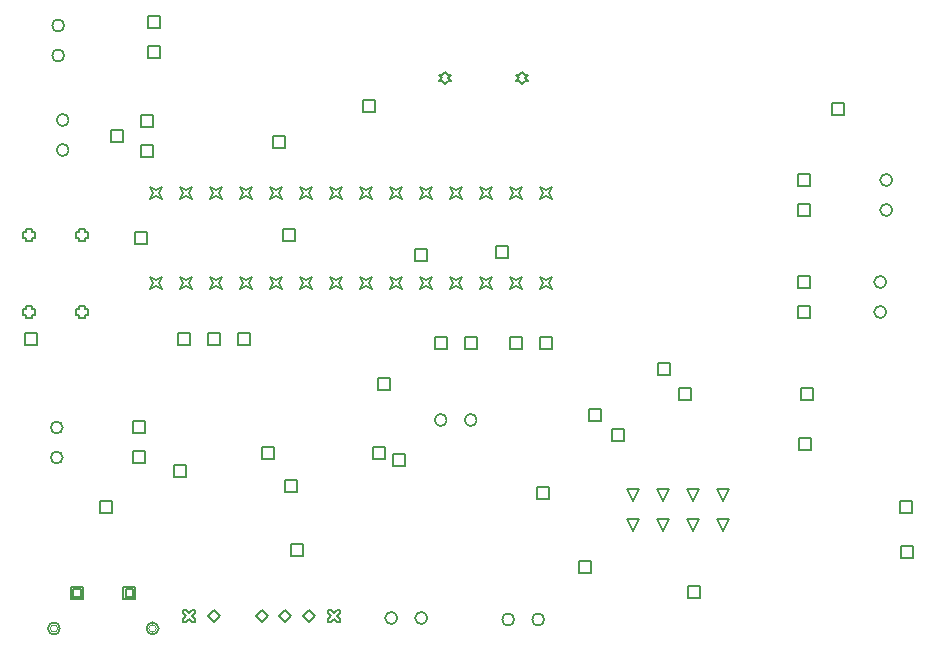
<source format=gbr>
%TF.GenerationSoftware,Altium Limited,Altium Designer,24.10.1 (45)*%
G04 Layer_Color=2752767*
%FSLAX25Y25*%
%MOIN*%
%TF.SameCoordinates,9950C81B-CD0A-4F44-AB06-5448DEDD42A1*%
%TF.FilePolarity,Positive*%
%TF.FileFunction,Drawing*%
%TF.Part,Single*%
G01*
G75*
%TA.AperFunction,NonConductor*%
%ADD40C,0.00500*%
%ADD76C,0.00667*%
%ADD78C,0.00400*%
D40*
X145000Y330500D02*
Y334500D01*
X149000D01*
Y330500D01*
X145000D01*
Y320500D02*
Y324500D01*
X149000D01*
Y320500D01*
X145000D01*
X275500Y273500D02*
X276500Y275500D01*
X275500Y277500D01*
X277500Y276500D01*
X279500Y277500D01*
X278500Y275500D01*
X279500Y273500D01*
X277500Y274500D01*
X275500Y273500D01*
X265500D02*
X266500Y275500D01*
X265500Y277500D01*
X267500Y276500D01*
X269500Y277500D01*
X268500Y275500D01*
X269500Y273500D01*
X267500Y274500D01*
X265500Y273500D01*
X255500D02*
X256500Y275500D01*
X255500Y277500D01*
X257500Y276500D01*
X259500Y277500D01*
X258500Y275500D01*
X259500Y273500D01*
X257500Y274500D01*
X255500Y273500D01*
X245500D02*
X246500Y275500D01*
X245500Y277500D01*
X247500Y276500D01*
X249500Y277500D01*
X248500Y275500D01*
X249500Y273500D01*
X247500Y274500D01*
X245500Y273500D01*
X235500D02*
X236500Y275500D01*
X235500Y277500D01*
X237500Y276500D01*
X239500Y277500D01*
X238500Y275500D01*
X239500Y273500D01*
X237500Y274500D01*
X235500Y273500D01*
X225500D02*
X226500Y275500D01*
X225500Y277500D01*
X227500Y276500D01*
X229500Y277500D01*
X228500Y275500D01*
X229500Y273500D01*
X227500Y274500D01*
X225500Y273500D01*
X215500D02*
X216500Y275500D01*
X215500Y277500D01*
X217500Y276500D01*
X219500Y277500D01*
X218500Y275500D01*
X219500Y273500D01*
X217500Y274500D01*
X215500Y273500D01*
X205500D02*
X206500Y275500D01*
X205500Y277500D01*
X207500Y276500D01*
X209500Y277500D01*
X208500Y275500D01*
X209500Y273500D01*
X207500Y274500D01*
X205500Y273500D01*
X195500D02*
X196500Y275500D01*
X195500Y277500D01*
X197500Y276500D01*
X199500Y277500D01*
X198500Y275500D01*
X199500Y273500D01*
X197500Y274500D01*
X195500Y273500D01*
X185500D02*
X186500Y275500D01*
X185500Y277500D01*
X187500Y276500D01*
X189500Y277500D01*
X188500Y275500D01*
X189500Y273500D01*
X187500Y274500D01*
X185500Y273500D01*
X175500D02*
X176500Y275500D01*
X175500Y277500D01*
X177500Y276500D01*
X179500Y277500D01*
X178500Y275500D01*
X179500Y273500D01*
X177500Y274500D01*
X175500Y273500D01*
X165500D02*
X166500Y275500D01*
X165500Y277500D01*
X167500Y276500D01*
X169500Y277500D01*
X168500Y275500D01*
X169500Y273500D01*
X167500Y274500D01*
X165500Y273500D01*
X155500D02*
X156500Y275500D01*
X155500Y277500D01*
X157500Y276500D01*
X159500Y277500D01*
X158500Y275500D01*
X159500Y273500D01*
X157500Y274500D01*
X155500Y273500D01*
X145500D02*
X146500Y275500D01*
X145500Y277500D01*
X147500Y276500D01*
X149500Y277500D01*
X148500Y275500D01*
X149500Y273500D01*
X147500Y274500D01*
X145500Y273500D01*
Y243500D02*
X146500Y245500D01*
X145500Y247500D01*
X147500Y246500D01*
X149500Y247500D01*
X148500Y245500D01*
X149500Y243500D01*
X147500Y244500D01*
X145500Y243500D01*
X155500D02*
X156500Y245500D01*
X155500Y247500D01*
X157500Y246500D01*
X159500Y247500D01*
X158500Y245500D01*
X159500Y243500D01*
X157500Y244500D01*
X155500Y243500D01*
X165500D02*
X166500Y245500D01*
X165500Y247500D01*
X167500Y246500D01*
X169500Y247500D01*
X168500Y245500D01*
X169500Y243500D01*
X167500Y244500D01*
X165500Y243500D01*
X175500D02*
X176500Y245500D01*
X175500Y247500D01*
X177500Y246500D01*
X179500Y247500D01*
X178500Y245500D01*
X179500Y243500D01*
X177500Y244500D01*
X175500Y243500D01*
X185500D02*
X186500Y245500D01*
X185500Y247500D01*
X187500Y246500D01*
X189500Y247500D01*
X188500Y245500D01*
X189500Y243500D01*
X187500Y244500D01*
X185500Y243500D01*
X195500D02*
X196500Y245500D01*
X195500Y247500D01*
X197500Y246500D01*
X199500Y247500D01*
X198500Y245500D01*
X199500Y243500D01*
X197500Y244500D01*
X195500Y243500D01*
X205500D02*
X206500Y245500D01*
X205500Y247500D01*
X207500Y246500D01*
X209500Y247500D01*
X208500Y245500D01*
X209500Y243500D01*
X207500Y244500D01*
X205500Y243500D01*
X215500D02*
X216500Y245500D01*
X215500Y247500D01*
X217500Y246500D01*
X219500Y247500D01*
X218500Y245500D01*
X219500Y243500D01*
X217500Y244500D01*
X215500Y243500D01*
X225500D02*
X226500Y245500D01*
X225500Y247500D01*
X227500Y246500D01*
X229500Y247500D01*
X228500Y245500D01*
X229500Y243500D01*
X227500Y244500D01*
X225500Y243500D01*
X235500D02*
X236500Y245500D01*
X235500Y247500D01*
X237500Y246500D01*
X239500Y247500D01*
X238500Y245500D01*
X239500Y243500D01*
X237500Y244500D01*
X235500Y243500D01*
X245500D02*
X246500Y245500D01*
X245500Y247500D01*
X247500Y246500D01*
X249500Y247500D01*
X248500Y245500D01*
X249500Y243500D01*
X247500Y244500D01*
X245500Y243500D01*
X255500D02*
X256500Y245500D01*
X255500Y247500D01*
X257500Y246500D01*
X259500Y247500D01*
X258500Y245500D01*
X259500Y243500D01*
X257500Y244500D01*
X255500Y243500D01*
X265500D02*
X266500Y245500D01*
X265500Y247500D01*
X267500Y246500D01*
X269500Y247500D01*
X268500Y245500D01*
X269500Y243500D01*
X267500Y244500D01*
X265500Y243500D01*
X275500D02*
X276500Y245500D01*
X275500Y247500D01*
X277500Y246500D01*
X279500Y247500D01*
X278500Y245500D01*
X279500Y243500D01*
X277500Y244500D01*
X275500Y243500D01*
X175050Y225000D02*
Y229000D01*
X179050D01*
Y225000D01*
X175050D01*
X165050D02*
Y229000D01*
X169050D01*
Y225000D01*
X165050D01*
X155050D02*
Y229000D01*
X159050D01*
Y225000D01*
X155050D01*
X156575Y132500D02*
X157575D01*
X158575Y133500D01*
X159575Y132500D01*
X160575D01*
Y133500D01*
X159575Y134500D01*
X160575Y135500D01*
Y136500D01*
X159575D01*
X158575Y135500D01*
X157575Y136500D01*
X156575D01*
Y135500D01*
X157575Y134500D01*
X156575Y133500D01*
Y132500D01*
X205000D02*
X206000D01*
X207000Y133500D01*
X208000Y132500D01*
X209000D01*
Y133500D01*
X208000Y134500D01*
X209000Y135500D01*
Y136500D01*
X208000D01*
X207000Y135500D01*
X206000Y136500D01*
X205000D01*
Y135500D01*
X206000Y134500D01*
X205000Y133500D01*
Y132500D01*
X180787Y134500D02*
X182787Y136500D01*
X184787Y134500D01*
X182787Y132500D01*
X180787Y134500D01*
X188661D02*
X190661Y136500D01*
X192661Y134500D01*
X190661Y132500D01*
X188661Y134500D01*
X196535D02*
X198535Y136500D01*
X200535Y134500D01*
X198535Y132500D01*
X196535Y134500D01*
X165039D02*
X167039Y136500D01*
X169039Y134500D01*
X167039Y132500D01*
X165039Y134500D01*
X104283Y235000D02*
Y234000D01*
X106283D01*
Y235000D01*
X107283D01*
Y237000D01*
X106283D01*
Y238000D01*
X104283D01*
Y237000D01*
X103284D01*
Y235000D01*
X104283D01*
X122000D02*
Y234000D01*
X124000D01*
Y235000D01*
X125000D01*
Y237000D01*
X124000D01*
Y238000D01*
X122000D01*
Y237000D01*
X121000D01*
Y235000D01*
X122000D01*
Y260591D02*
Y259591D01*
X124000D01*
Y260591D01*
X125000D01*
Y262591D01*
X124000D01*
Y263591D01*
X122000D01*
Y262591D01*
X121000D01*
Y260591D01*
X122000D01*
X104283D02*
Y259591D01*
X106283D01*
Y260591D01*
X107283D01*
Y262591D01*
X106283D01*
Y263591D01*
X104283D01*
Y262591D01*
X103284D01*
Y260591D01*
X104283D01*
X243910Y312000D02*
X244910Y313000D01*
X245910D01*
X244910Y314000D01*
X245910Y315000D01*
X244910D01*
X243910Y316000D01*
X242910Y315000D01*
X241910D01*
X242910Y314000D01*
X241910Y313000D01*
X242910D01*
X243910Y312000D01*
X269500D02*
X270500Y313000D01*
X271500D01*
X270500Y314000D01*
X271500Y315000D01*
X270500D01*
X269500Y316000D01*
X268500Y315000D01*
X267500D01*
X268500Y314000D01*
X267500Y313000D01*
X268500D01*
X269500Y312000D01*
X142500Y297500D02*
Y301500D01*
X146500D01*
Y297500D01*
X142500D01*
Y287500D02*
Y291500D01*
X146500D01*
Y287500D01*
X142500D01*
X140000Y195500D02*
Y199500D01*
X144000D01*
Y195500D01*
X140000D01*
Y185500D02*
Y189500D01*
X144000D01*
Y185500D01*
X140000D01*
X361500Y244000D02*
Y248000D01*
X365500D01*
Y244000D01*
X361500D01*
Y234000D02*
Y238000D01*
X365500D01*
Y234000D01*
X361500D01*
X119240Y140311D02*
Y144311D01*
X123240D01*
Y140311D01*
X119240D01*
X120040Y141111D02*
Y143511D01*
X122440D01*
Y141111D01*
X120040D01*
X136760Y140311D02*
Y144311D01*
X140760D01*
Y140311D01*
X136760D01*
X137560Y141111D02*
Y143511D01*
X139960D01*
Y141111D01*
X137560D01*
X361500Y278000D02*
Y282000D01*
X365500D01*
Y278000D01*
X361500D01*
Y268000D02*
Y272000D01*
X365500D01*
Y268000D01*
X361500D01*
X250500Y223500D02*
Y227500D01*
X254500D01*
Y223500D01*
X250500D01*
X240500D02*
Y227500D01*
X244500D01*
Y223500D01*
X240500D01*
X265500D02*
Y227500D01*
X269500D01*
Y223500D01*
X265500D01*
X275500D02*
Y227500D01*
X279500D01*
Y223500D01*
X275500D01*
X336500Y163000D02*
X334500Y167000D01*
X338500D01*
X336500Y163000D01*
X326500D02*
X324500Y167000D01*
X328500D01*
X326500Y163000D01*
X316500D02*
X314500Y167000D01*
X318500D01*
X316500Y163000D01*
X306500D02*
X304500Y167000D01*
X308500D01*
X306500Y163000D01*
Y173000D02*
X304500Y177000D01*
X308500D01*
X306500Y173000D01*
X316500D02*
X314500Y177000D01*
X318500D01*
X316500Y173000D01*
X336500D02*
X334500Y177000D01*
X338500D01*
X336500Y173000D01*
X326500D02*
X324500Y177000D01*
X328500D01*
X326500Y173000D01*
X132500Y292500D02*
Y296500D01*
X136500D01*
Y292500D01*
X132500D01*
X183000Y187000D02*
Y191000D01*
X187000D01*
Y187000D01*
X183000D01*
X190000Y259500D02*
Y263500D01*
X194000D01*
Y259500D01*
X190000D01*
X104000Y225000D02*
Y229000D01*
X108000D01*
Y225000D01*
X104000D01*
X192500Y154500D02*
Y158500D01*
X196500D01*
Y154500D01*
X192500D01*
X220000Y187000D02*
Y191000D01*
X224000D01*
Y187000D01*
X220000D01*
X226500Y184500D02*
Y188500D01*
X230500D01*
Y184500D01*
X226500D01*
X373000Y301500D02*
Y305500D01*
X377000D01*
Y301500D01*
X373000D01*
X216500Y302500D02*
Y306500D01*
X220500D01*
Y302500D01*
X216500D01*
X186500Y290500D02*
Y294500D01*
X190500D01*
Y290500D01*
X186500D01*
X140500Y258500D02*
Y262500D01*
X144500D01*
Y258500D01*
X140500D01*
X190500Y176000D02*
Y180000D01*
X194500D01*
Y176000D01*
X190500D01*
X153500Y181000D02*
Y185000D01*
X157500D01*
Y181000D01*
X153500D01*
X129000Y169000D02*
Y173000D01*
X133000D01*
Y169000D01*
X129000D01*
X288500Y149000D02*
Y153000D01*
X292500D01*
Y149000D01*
X288500D01*
X396000Y154000D02*
Y158000D01*
X400000D01*
Y154000D01*
X396000D01*
X395500Y169000D02*
Y173000D01*
X399500D01*
Y169000D01*
X395500D01*
X362000Y190000D02*
Y194000D01*
X366000D01*
Y190000D01*
X362000D01*
X322000Y206500D02*
Y210500D01*
X326000D01*
Y206500D01*
X322000D01*
X299500Y193000D02*
Y197000D01*
X303500D01*
Y193000D01*
X299500D01*
X362500Y206500D02*
Y210500D01*
X366500D01*
Y206500D01*
X362500D01*
X315000Y215000D02*
Y219000D01*
X319000D01*
Y215000D01*
X315000D01*
X292000Y199500D02*
Y203500D01*
X296000D01*
Y199500D01*
X292000D01*
X234000Y253000D02*
Y257000D01*
X238000D01*
Y253000D01*
X234000D01*
X261000Y254000D02*
Y258000D01*
X265000D01*
Y254000D01*
X261000D01*
X221500Y210000D02*
Y214000D01*
X225500D01*
Y210000D01*
X221500D01*
X325000Y140500D02*
Y144500D01*
X329000D01*
Y140500D01*
X325000D01*
X274500Y173500D02*
Y177500D01*
X278500D01*
Y173500D01*
X274500D01*
D76*
X277000Y133500D02*
G03*
X277000Y133500I-2000J0D01*
G01*
X267000D02*
G03*
X267000Y133500I-2000J0D01*
G01*
X393000Y270000D02*
G03*
X393000Y270000I-2000J0D01*
G01*
Y280000D02*
G03*
X393000Y280000I-2000J0D01*
G01*
X118500Y290000D02*
G03*
X118500Y290000I-2000J0D01*
G01*
Y300000D02*
G03*
X118500Y300000I-2000J0D01*
G01*
X238000Y134000D02*
G03*
X238000Y134000I-2000J0D01*
G01*
X228000D02*
G03*
X228000Y134000I-2000J0D01*
G01*
X244500Y200000D02*
G03*
X244500Y200000I-2000J0D01*
G01*
X254500D02*
G03*
X254500Y200000I-2000J0D01*
G01*
X116500Y197500D02*
G03*
X116500Y197500I-2000J0D01*
G01*
Y187500D02*
G03*
X116500Y187500I-2000J0D01*
G01*
X391000Y236000D02*
G03*
X391000Y236000I-2000J0D01*
G01*
Y246000D02*
G03*
X391000Y246000I-2000J0D01*
G01*
X117000Y321500D02*
G03*
X117000Y321500I-2000J0D01*
G01*
Y331500D02*
G03*
X117000Y331500I-2000J0D01*
G01*
X148437Y130500D02*
G03*
X148437Y130500I-2000J0D01*
G01*
X115563D02*
G03*
X115563Y130500I-2000J0D01*
G01*
D78*
X147637D02*
G03*
X147637Y130500I-1200J0D01*
G01*
X114763D02*
G03*
X114763Y130500I-1200J0D01*
G01*
%TF.MD5,bfd51d2bf74ec6f60eb5035f307e7a3b*%
M02*

</source>
